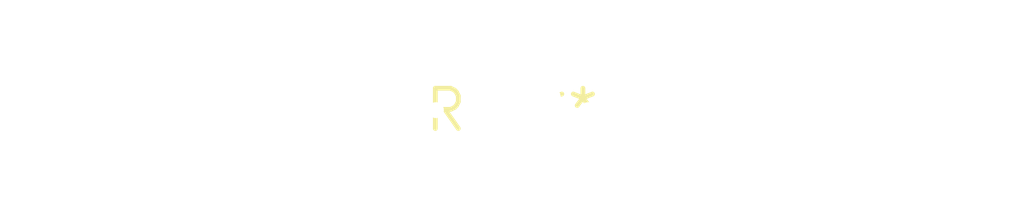
<source format=kicad_pcb>
(kicad_pcb (version 20240108) (generator pcbnew)
  (layers (0 "F.Cu" signal) (31 "B.Cu" signal) (34 "B.Paste" user) (35 "F.Paste" user) (36 "B.SilkS" user "B.Silkscreen") (37 "F.SilkS" user "F.Silkscreen") (38 "B.Mask" user) (39 "F.Mask" user) (44 "Edge.Cuts" user))
  (net 0 "")
  (footprint "MountingHole_3.2mm_M3_Pad_Via" (layer "F.Cu") (at 0 0)
    (property "Reference" "REF**")
    (property "Value" "MountingHole_3.2mm_M3_Pad_Via")
    (pad "1" thru_hole circle (at -2.4 0) (size 0.8 0.8) (drill 0.5) (layers *.Cu *.Mask) (remove_unused_layers))
    (pad "1" thru_hole circle (at -1.697056 -1.697056) (size 0.8 0.8) (drill 0.5) (layers *.Cu *.Mask) (remove_unused_layers))
    (pad "1" thru_hole circle (at -1.697056 1.697056) (size 0.8 0.8) (drill 0.5) (layers *.Cu *.Mask) (remove_unused_layers))
    (pad "1" thru_hole circle (at 0 -2.4) (size 0.8 0.8) (drill 0.5) (layers *.Cu *.Mask) (remove_unused_layers))
    (pad "1" thru_hole circle (at 0 0) (size 6.4 6.4) (drill 3.2) (layers *.Cu *.Mask) (remove_unused_layers))
    (pad "1" thru_hole circle (at 0 2.4) (size 0.8 0.8) (drill 0.5) (layers *.Cu *.Mask) (remove_unused_layers))
    (pad "1" thru_hole circle (at 1.697056 -1.697056) (size 0.8 0.8) (drill 0.5) (layers *.Cu *.Mask) (remove_unused_layers))
    (pad "1" thru_hole circle (at 1.697056 1.697056) (size 0.8 0.8) (drill 0.5) (layers *.Cu *.Mask) (remove_unused_layers))
    (pad "1" thru_hole circle (at 2.4 0) (size 0.8 0.8) (drill 0.5) (layers *.Cu *.Mask) (remove_unused_layers))
  )
)
</source>
